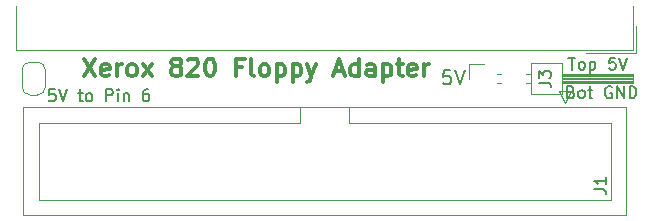
<source format=gbr>
%TF.GenerationSoftware,KiCad,Pcbnew,8.0.7*%
%TF.CreationDate,2025-01-12T23:09:13-06:00*%
%TF.ProjectId,DB37-to-IDC34-Floppy-Adapter,44423337-2d74-46f2-9d49-444333342d46,v1.0*%
%TF.SameCoordinates,Original*%
%TF.FileFunction,Legend,Top*%
%TF.FilePolarity,Positive*%
%FSLAX46Y46*%
G04 Gerber Fmt 4.6, Leading zero omitted, Abs format (unit mm)*
G04 Created by KiCad (PCBNEW 8.0.7) date 2025-01-12 23:09:13*
%MOMM*%
%LPD*%
G01*
G04 APERTURE LIST*
%ADD10C,0.150000*%
%ADD11C,0.200000*%
%ADD12C,0.300000*%
%ADD13C,0.120000*%
G04 APERTURE END LIST*
D10*
X140995569Y-58686819D02*
X140519379Y-58686819D01*
X140519379Y-58686819D02*
X140471760Y-59163009D01*
X140471760Y-59163009D02*
X140519379Y-59115390D01*
X140519379Y-59115390D02*
X140614617Y-59067771D01*
X140614617Y-59067771D02*
X140852712Y-59067771D01*
X140852712Y-59067771D02*
X140947950Y-59115390D01*
X140947950Y-59115390D02*
X140995569Y-59163009D01*
X140995569Y-59163009D02*
X141043188Y-59258247D01*
X141043188Y-59258247D02*
X141043188Y-59496342D01*
X141043188Y-59496342D02*
X140995569Y-59591580D01*
X140995569Y-59591580D02*
X140947950Y-59639200D01*
X140947950Y-59639200D02*
X140852712Y-59686819D01*
X140852712Y-59686819D02*
X140614617Y-59686819D01*
X140614617Y-59686819D02*
X140519379Y-59639200D01*
X140519379Y-59639200D02*
X140471760Y-59591580D01*
X141328903Y-58686819D02*
X141662236Y-59686819D01*
X141662236Y-59686819D02*
X141995569Y-58686819D01*
X142947951Y-59020152D02*
X143328903Y-59020152D01*
X143090808Y-58686819D02*
X143090808Y-59543961D01*
X143090808Y-59543961D02*
X143138427Y-59639200D01*
X143138427Y-59639200D02*
X143233665Y-59686819D01*
X143233665Y-59686819D02*
X143328903Y-59686819D01*
X143805094Y-59686819D02*
X143709856Y-59639200D01*
X143709856Y-59639200D02*
X143662237Y-59591580D01*
X143662237Y-59591580D02*
X143614618Y-59496342D01*
X143614618Y-59496342D02*
X143614618Y-59210628D01*
X143614618Y-59210628D02*
X143662237Y-59115390D01*
X143662237Y-59115390D02*
X143709856Y-59067771D01*
X143709856Y-59067771D02*
X143805094Y-59020152D01*
X143805094Y-59020152D02*
X143947951Y-59020152D01*
X143947951Y-59020152D02*
X144043189Y-59067771D01*
X144043189Y-59067771D02*
X144090808Y-59115390D01*
X144090808Y-59115390D02*
X144138427Y-59210628D01*
X144138427Y-59210628D02*
X144138427Y-59496342D01*
X144138427Y-59496342D02*
X144090808Y-59591580D01*
X144090808Y-59591580D02*
X144043189Y-59639200D01*
X144043189Y-59639200D02*
X143947951Y-59686819D01*
X143947951Y-59686819D02*
X143805094Y-59686819D01*
X145328904Y-59686819D02*
X145328904Y-58686819D01*
X145328904Y-58686819D02*
X145709856Y-58686819D01*
X145709856Y-58686819D02*
X145805094Y-58734438D01*
X145805094Y-58734438D02*
X145852713Y-58782057D01*
X145852713Y-58782057D02*
X145900332Y-58877295D01*
X145900332Y-58877295D02*
X145900332Y-59020152D01*
X145900332Y-59020152D02*
X145852713Y-59115390D01*
X145852713Y-59115390D02*
X145805094Y-59163009D01*
X145805094Y-59163009D02*
X145709856Y-59210628D01*
X145709856Y-59210628D02*
X145328904Y-59210628D01*
X146328904Y-59686819D02*
X146328904Y-59020152D01*
X146328904Y-58686819D02*
X146281285Y-58734438D01*
X146281285Y-58734438D02*
X146328904Y-58782057D01*
X146328904Y-58782057D02*
X146376523Y-58734438D01*
X146376523Y-58734438D02*
X146328904Y-58686819D01*
X146328904Y-58686819D02*
X146328904Y-58782057D01*
X146805094Y-59020152D02*
X146805094Y-59686819D01*
X146805094Y-59115390D02*
X146852713Y-59067771D01*
X146852713Y-59067771D02*
X146947951Y-59020152D01*
X146947951Y-59020152D02*
X147090808Y-59020152D01*
X147090808Y-59020152D02*
X147186046Y-59067771D01*
X147186046Y-59067771D02*
X147233665Y-59163009D01*
X147233665Y-59163009D02*
X147233665Y-59686819D01*
X148900332Y-58686819D02*
X148709856Y-58686819D01*
X148709856Y-58686819D02*
X148614618Y-58734438D01*
X148614618Y-58734438D02*
X148566999Y-58782057D01*
X148566999Y-58782057D02*
X148471761Y-58924914D01*
X148471761Y-58924914D02*
X148424142Y-59115390D01*
X148424142Y-59115390D02*
X148424142Y-59496342D01*
X148424142Y-59496342D02*
X148471761Y-59591580D01*
X148471761Y-59591580D02*
X148519380Y-59639200D01*
X148519380Y-59639200D02*
X148614618Y-59686819D01*
X148614618Y-59686819D02*
X148805094Y-59686819D01*
X148805094Y-59686819D02*
X148900332Y-59639200D01*
X148900332Y-59639200D02*
X148947951Y-59591580D01*
X148947951Y-59591580D02*
X148995570Y-59496342D01*
X148995570Y-59496342D02*
X148995570Y-59258247D01*
X148995570Y-59258247D02*
X148947951Y-59163009D01*
X148947951Y-59163009D02*
X148900332Y-59115390D01*
X148900332Y-59115390D02*
X148805094Y-59067771D01*
X148805094Y-59067771D02*
X148614618Y-59067771D01*
X148614618Y-59067771D02*
X148519380Y-59115390D01*
X148519380Y-59115390D02*
X148471761Y-59163009D01*
X148471761Y-59163009D02*
X148424142Y-59258247D01*
X184693112Y-58909009D02*
X184835969Y-58956628D01*
X184835969Y-58956628D02*
X184883588Y-59004247D01*
X184883588Y-59004247D02*
X184931207Y-59099485D01*
X184931207Y-59099485D02*
X184931207Y-59242342D01*
X184931207Y-59242342D02*
X184883588Y-59337580D01*
X184883588Y-59337580D02*
X184835969Y-59385200D01*
X184835969Y-59385200D02*
X184740731Y-59432819D01*
X184740731Y-59432819D02*
X184359779Y-59432819D01*
X184359779Y-59432819D02*
X184359779Y-58432819D01*
X184359779Y-58432819D02*
X184693112Y-58432819D01*
X184693112Y-58432819D02*
X184788350Y-58480438D01*
X184788350Y-58480438D02*
X184835969Y-58528057D01*
X184835969Y-58528057D02*
X184883588Y-58623295D01*
X184883588Y-58623295D02*
X184883588Y-58718533D01*
X184883588Y-58718533D02*
X184835969Y-58813771D01*
X184835969Y-58813771D02*
X184788350Y-58861390D01*
X184788350Y-58861390D02*
X184693112Y-58909009D01*
X184693112Y-58909009D02*
X184359779Y-58909009D01*
X185502636Y-59432819D02*
X185407398Y-59385200D01*
X185407398Y-59385200D02*
X185359779Y-59337580D01*
X185359779Y-59337580D02*
X185312160Y-59242342D01*
X185312160Y-59242342D02*
X185312160Y-58956628D01*
X185312160Y-58956628D02*
X185359779Y-58861390D01*
X185359779Y-58861390D02*
X185407398Y-58813771D01*
X185407398Y-58813771D02*
X185502636Y-58766152D01*
X185502636Y-58766152D02*
X185645493Y-58766152D01*
X185645493Y-58766152D02*
X185740731Y-58813771D01*
X185740731Y-58813771D02*
X185788350Y-58861390D01*
X185788350Y-58861390D02*
X185835969Y-58956628D01*
X185835969Y-58956628D02*
X185835969Y-59242342D01*
X185835969Y-59242342D02*
X185788350Y-59337580D01*
X185788350Y-59337580D02*
X185740731Y-59385200D01*
X185740731Y-59385200D02*
X185645493Y-59432819D01*
X185645493Y-59432819D02*
X185502636Y-59432819D01*
X186121684Y-58766152D02*
X186502636Y-58766152D01*
X186264541Y-58432819D02*
X186264541Y-59289961D01*
X186264541Y-59289961D02*
X186312160Y-59385200D01*
X186312160Y-59385200D02*
X186407398Y-59432819D01*
X186407398Y-59432819D02*
X186502636Y-59432819D01*
X188121684Y-58480438D02*
X188026446Y-58432819D01*
X188026446Y-58432819D02*
X187883589Y-58432819D01*
X187883589Y-58432819D02*
X187740732Y-58480438D01*
X187740732Y-58480438D02*
X187645494Y-58575676D01*
X187645494Y-58575676D02*
X187597875Y-58670914D01*
X187597875Y-58670914D02*
X187550256Y-58861390D01*
X187550256Y-58861390D02*
X187550256Y-59004247D01*
X187550256Y-59004247D02*
X187597875Y-59194723D01*
X187597875Y-59194723D02*
X187645494Y-59289961D01*
X187645494Y-59289961D02*
X187740732Y-59385200D01*
X187740732Y-59385200D02*
X187883589Y-59432819D01*
X187883589Y-59432819D02*
X187978827Y-59432819D01*
X187978827Y-59432819D02*
X188121684Y-59385200D01*
X188121684Y-59385200D02*
X188169303Y-59337580D01*
X188169303Y-59337580D02*
X188169303Y-59004247D01*
X188169303Y-59004247D02*
X187978827Y-59004247D01*
X188597875Y-59432819D02*
X188597875Y-58432819D01*
X188597875Y-58432819D02*
X189169303Y-59432819D01*
X189169303Y-59432819D02*
X189169303Y-58432819D01*
X189645494Y-59432819D02*
X189645494Y-58432819D01*
X189645494Y-58432819D02*
X189883589Y-58432819D01*
X189883589Y-58432819D02*
X190026446Y-58480438D01*
X190026446Y-58480438D02*
X190121684Y-58575676D01*
X190121684Y-58575676D02*
X190169303Y-58670914D01*
X190169303Y-58670914D02*
X190216922Y-58861390D01*
X190216922Y-58861390D02*
X190216922Y-59004247D01*
X190216922Y-59004247D02*
X190169303Y-59194723D01*
X190169303Y-59194723D02*
X190121684Y-59289961D01*
X190121684Y-59289961D02*
X190026446Y-59385200D01*
X190026446Y-59385200D02*
X189883589Y-59432819D01*
X189883589Y-59432819D02*
X189645494Y-59432819D01*
D11*
X174470720Y-57062742D02*
X173899292Y-57062742D01*
X173899292Y-57062742D02*
X173842149Y-57634171D01*
X173842149Y-57634171D02*
X173899292Y-57577028D01*
X173899292Y-57577028D02*
X174013578Y-57519885D01*
X174013578Y-57519885D02*
X174299292Y-57519885D01*
X174299292Y-57519885D02*
X174413578Y-57577028D01*
X174413578Y-57577028D02*
X174470720Y-57634171D01*
X174470720Y-57634171D02*
X174527863Y-57748457D01*
X174527863Y-57748457D02*
X174527863Y-58034171D01*
X174527863Y-58034171D02*
X174470720Y-58148457D01*
X174470720Y-58148457D02*
X174413578Y-58205600D01*
X174413578Y-58205600D02*
X174299292Y-58262742D01*
X174299292Y-58262742D02*
X174013578Y-58262742D01*
X174013578Y-58262742D02*
X173899292Y-58205600D01*
X173899292Y-58205600D02*
X173842149Y-58148457D01*
X174870720Y-57062742D02*
X175270720Y-58262742D01*
X175270720Y-58262742D02*
X175670720Y-57062742D01*
D10*
X184470922Y-56019819D02*
X185042350Y-56019819D01*
X184756636Y-57019819D02*
X184756636Y-56019819D01*
X185518541Y-57019819D02*
X185423303Y-56972200D01*
X185423303Y-56972200D02*
X185375684Y-56924580D01*
X185375684Y-56924580D02*
X185328065Y-56829342D01*
X185328065Y-56829342D02*
X185328065Y-56543628D01*
X185328065Y-56543628D02*
X185375684Y-56448390D01*
X185375684Y-56448390D02*
X185423303Y-56400771D01*
X185423303Y-56400771D02*
X185518541Y-56353152D01*
X185518541Y-56353152D02*
X185661398Y-56353152D01*
X185661398Y-56353152D02*
X185756636Y-56400771D01*
X185756636Y-56400771D02*
X185804255Y-56448390D01*
X185804255Y-56448390D02*
X185851874Y-56543628D01*
X185851874Y-56543628D02*
X185851874Y-56829342D01*
X185851874Y-56829342D02*
X185804255Y-56924580D01*
X185804255Y-56924580D02*
X185756636Y-56972200D01*
X185756636Y-56972200D02*
X185661398Y-57019819D01*
X185661398Y-57019819D02*
X185518541Y-57019819D01*
X186280446Y-56353152D02*
X186280446Y-57353152D01*
X186280446Y-56400771D02*
X186375684Y-56353152D01*
X186375684Y-56353152D02*
X186566160Y-56353152D01*
X186566160Y-56353152D02*
X186661398Y-56400771D01*
X186661398Y-56400771D02*
X186709017Y-56448390D01*
X186709017Y-56448390D02*
X186756636Y-56543628D01*
X186756636Y-56543628D02*
X186756636Y-56829342D01*
X186756636Y-56829342D02*
X186709017Y-56924580D01*
X186709017Y-56924580D02*
X186661398Y-56972200D01*
X186661398Y-56972200D02*
X186566160Y-57019819D01*
X186566160Y-57019819D02*
X186375684Y-57019819D01*
X186375684Y-57019819D02*
X186280446Y-56972200D01*
X188423303Y-56019819D02*
X187947113Y-56019819D01*
X187947113Y-56019819D02*
X187899494Y-56496009D01*
X187899494Y-56496009D02*
X187947113Y-56448390D01*
X187947113Y-56448390D02*
X188042351Y-56400771D01*
X188042351Y-56400771D02*
X188280446Y-56400771D01*
X188280446Y-56400771D02*
X188375684Y-56448390D01*
X188375684Y-56448390D02*
X188423303Y-56496009D01*
X188423303Y-56496009D02*
X188470922Y-56591247D01*
X188470922Y-56591247D02*
X188470922Y-56829342D01*
X188470922Y-56829342D02*
X188423303Y-56924580D01*
X188423303Y-56924580D02*
X188375684Y-56972200D01*
X188375684Y-56972200D02*
X188280446Y-57019819D01*
X188280446Y-57019819D02*
X188042351Y-57019819D01*
X188042351Y-57019819D02*
X187947113Y-56972200D01*
X187947113Y-56972200D02*
X187899494Y-56924580D01*
X188756637Y-56019819D02*
X189089970Y-57019819D01*
X189089970Y-57019819D02*
X189423303Y-56019819D01*
D12*
X143413653Y-56085828D02*
X144413653Y-57585828D01*
X144413653Y-56085828D02*
X143413653Y-57585828D01*
X145556510Y-57514400D02*
X145413653Y-57585828D01*
X145413653Y-57585828D02*
X145127939Y-57585828D01*
X145127939Y-57585828D02*
X144985081Y-57514400D01*
X144985081Y-57514400D02*
X144913653Y-57371542D01*
X144913653Y-57371542D02*
X144913653Y-56800114D01*
X144913653Y-56800114D02*
X144985081Y-56657257D01*
X144985081Y-56657257D02*
X145127939Y-56585828D01*
X145127939Y-56585828D02*
X145413653Y-56585828D01*
X145413653Y-56585828D02*
X145556510Y-56657257D01*
X145556510Y-56657257D02*
X145627939Y-56800114D01*
X145627939Y-56800114D02*
X145627939Y-56942971D01*
X145627939Y-56942971D02*
X144913653Y-57085828D01*
X146270795Y-57585828D02*
X146270795Y-56585828D01*
X146270795Y-56871542D02*
X146342224Y-56728685D01*
X146342224Y-56728685D02*
X146413653Y-56657257D01*
X146413653Y-56657257D02*
X146556510Y-56585828D01*
X146556510Y-56585828D02*
X146699367Y-56585828D01*
X147413652Y-57585828D02*
X147270795Y-57514400D01*
X147270795Y-57514400D02*
X147199366Y-57442971D01*
X147199366Y-57442971D02*
X147127938Y-57300114D01*
X147127938Y-57300114D02*
X147127938Y-56871542D01*
X147127938Y-56871542D02*
X147199366Y-56728685D01*
X147199366Y-56728685D02*
X147270795Y-56657257D01*
X147270795Y-56657257D02*
X147413652Y-56585828D01*
X147413652Y-56585828D02*
X147627938Y-56585828D01*
X147627938Y-56585828D02*
X147770795Y-56657257D01*
X147770795Y-56657257D02*
X147842224Y-56728685D01*
X147842224Y-56728685D02*
X147913652Y-56871542D01*
X147913652Y-56871542D02*
X147913652Y-57300114D01*
X147913652Y-57300114D02*
X147842224Y-57442971D01*
X147842224Y-57442971D02*
X147770795Y-57514400D01*
X147770795Y-57514400D02*
X147627938Y-57585828D01*
X147627938Y-57585828D02*
X147413652Y-57585828D01*
X148413652Y-57585828D02*
X149199367Y-56585828D01*
X148413652Y-56585828D02*
X149199367Y-57585828D01*
X151127938Y-56728685D02*
X150985081Y-56657257D01*
X150985081Y-56657257D02*
X150913652Y-56585828D01*
X150913652Y-56585828D02*
X150842224Y-56442971D01*
X150842224Y-56442971D02*
X150842224Y-56371542D01*
X150842224Y-56371542D02*
X150913652Y-56228685D01*
X150913652Y-56228685D02*
X150985081Y-56157257D01*
X150985081Y-56157257D02*
X151127938Y-56085828D01*
X151127938Y-56085828D02*
X151413652Y-56085828D01*
X151413652Y-56085828D02*
X151556510Y-56157257D01*
X151556510Y-56157257D02*
X151627938Y-56228685D01*
X151627938Y-56228685D02*
X151699367Y-56371542D01*
X151699367Y-56371542D02*
X151699367Y-56442971D01*
X151699367Y-56442971D02*
X151627938Y-56585828D01*
X151627938Y-56585828D02*
X151556510Y-56657257D01*
X151556510Y-56657257D02*
X151413652Y-56728685D01*
X151413652Y-56728685D02*
X151127938Y-56728685D01*
X151127938Y-56728685D02*
X150985081Y-56800114D01*
X150985081Y-56800114D02*
X150913652Y-56871542D01*
X150913652Y-56871542D02*
X150842224Y-57014400D01*
X150842224Y-57014400D02*
X150842224Y-57300114D01*
X150842224Y-57300114D02*
X150913652Y-57442971D01*
X150913652Y-57442971D02*
X150985081Y-57514400D01*
X150985081Y-57514400D02*
X151127938Y-57585828D01*
X151127938Y-57585828D02*
X151413652Y-57585828D01*
X151413652Y-57585828D02*
X151556510Y-57514400D01*
X151556510Y-57514400D02*
X151627938Y-57442971D01*
X151627938Y-57442971D02*
X151699367Y-57300114D01*
X151699367Y-57300114D02*
X151699367Y-57014400D01*
X151699367Y-57014400D02*
X151627938Y-56871542D01*
X151627938Y-56871542D02*
X151556510Y-56800114D01*
X151556510Y-56800114D02*
X151413652Y-56728685D01*
X152270795Y-56228685D02*
X152342223Y-56157257D01*
X152342223Y-56157257D02*
X152485081Y-56085828D01*
X152485081Y-56085828D02*
X152842223Y-56085828D01*
X152842223Y-56085828D02*
X152985081Y-56157257D01*
X152985081Y-56157257D02*
X153056509Y-56228685D01*
X153056509Y-56228685D02*
X153127938Y-56371542D01*
X153127938Y-56371542D02*
X153127938Y-56514400D01*
X153127938Y-56514400D02*
X153056509Y-56728685D01*
X153056509Y-56728685D02*
X152199366Y-57585828D01*
X152199366Y-57585828D02*
X153127938Y-57585828D01*
X154056509Y-56085828D02*
X154199366Y-56085828D01*
X154199366Y-56085828D02*
X154342223Y-56157257D01*
X154342223Y-56157257D02*
X154413652Y-56228685D01*
X154413652Y-56228685D02*
X154485080Y-56371542D01*
X154485080Y-56371542D02*
X154556509Y-56657257D01*
X154556509Y-56657257D02*
X154556509Y-57014400D01*
X154556509Y-57014400D02*
X154485080Y-57300114D01*
X154485080Y-57300114D02*
X154413652Y-57442971D01*
X154413652Y-57442971D02*
X154342223Y-57514400D01*
X154342223Y-57514400D02*
X154199366Y-57585828D01*
X154199366Y-57585828D02*
X154056509Y-57585828D01*
X154056509Y-57585828D02*
X153913652Y-57514400D01*
X153913652Y-57514400D02*
X153842223Y-57442971D01*
X153842223Y-57442971D02*
X153770794Y-57300114D01*
X153770794Y-57300114D02*
X153699366Y-57014400D01*
X153699366Y-57014400D02*
X153699366Y-56657257D01*
X153699366Y-56657257D02*
X153770794Y-56371542D01*
X153770794Y-56371542D02*
X153842223Y-56228685D01*
X153842223Y-56228685D02*
X153913652Y-56157257D01*
X153913652Y-56157257D02*
X154056509Y-56085828D01*
X156842222Y-56800114D02*
X156342222Y-56800114D01*
X156342222Y-57585828D02*
X156342222Y-56085828D01*
X156342222Y-56085828D02*
X157056508Y-56085828D01*
X157842222Y-57585828D02*
X157699365Y-57514400D01*
X157699365Y-57514400D02*
X157627936Y-57371542D01*
X157627936Y-57371542D02*
X157627936Y-56085828D01*
X158627936Y-57585828D02*
X158485079Y-57514400D01*
X158485079Y-57514400D02*
X158413650Y-57442971D01*
X158413650Y-57442971D02*
X158342222Y-57300114D01*
X158342222Y-57300114D02*
X158342222Y-56871542D01*
X158342222Y-56871542D02*
X158413650Y-56728685D01*
X158413650Y-56728685D02*
X158485079Y-56657257D01*
X158485079Y-56657257D02*
X158627936Y-56585828D01*
X158627936Y-56585828D02*
X158842222Y-56585828D01*
X158842222Y-56585828D02*
X158985079Y-56657257D01*
X158985079Y-56657257D02*
X159056508Y-56728685D01*
X159056508Y-56728685D02*
X159127936Y-56871542D01*
X159127936Y-56871542D02*
X159127936Y-57300114D01*
X159127936Y-57300114D02*
X159056508Y-57442971D01*
X159056508Y-57442971D02*
X158985079Y-57514400D01*
X158985079Y-57514400D02*
X158842222Y-57585828D01*
X158842222Y-57585828D02*
X158627936Y-57585828D01*
X159770793Y-56585828D02*
X159770793Y-58085828D01*
X159770793Y-56657257D02*
X159913651Y-56585828D01*
X159913651Y-56585828D02*
X160199365Y-56585828D01*
X160199365Y-56585828D02*
X160342222Y-56657257D01*
X160342222Y-56657257D02*
X160413651Y-56728685D01*
X160413651Y-56728685D02*
X160485079Y-56871542D01*
X160485079Y-56871542D02*
X160485079Y-57300114D01*
X160485079Y-57300114D02*
X160413651Y-57442971D01*
X160413651Y-57442971D02*
X160342222Y-57514400D01*
X160342222Y-57514400D02*
X160199365Y-57585828D01*
X160199365Y-57585828D02*
X159913651Y-57585828D01*
X159913651Y-57585828D02*
X159770793Y-57514400D01*
X161127936Y-56585828D02*
X161127936Y-58085828D01*
X161127936Y-56657257D02*
X161270794Y-56585828D01*
X161270794Y-56585828D02*
X161556508Y-56585828D01*
X161556508Y-56585828D02*
X161699365Y-56657257D01*
X161699365Y-56657257D02*
X161770794Y-56728685D01*
X161770794Y-56728685D02*
X161842222Y-56871542D01*
X161842222Y-56871542D02*
X161842222Y-57300114D01*
X161842222Y-57300114D02*
X161770794Y-57442971D01*
X161770794Y-57442971D02*
X161699365Y-57514400D01*
X161699365Y-57514400D02*
X161556508Y-57585828D01*
X161556508Y-57585828D02*
X161270794Y-57585828D01*
X161270794Y-57585828D02*
X161127936Y-57514400D01*
X162342222Y-56585828D02*
X162699365Y-57585828D01*
X163056508Y-56585828D02*
X162699365Y-57585828D01*
X162699365Y-57585828D02*
X162556508Y-57942971D01*
X162556508Y-57942971D02*
X162485079Y-58014400D01*
X162485079Y-58014400D02*
X162342222Y-58085828D01*
X164699365Y-57157257D02*
X165413651Y-57157257D01*
X164556508Y-57585828D02*
X165056508Y-56085828D01*
X165056508Y-56085828D02*
X165556508Y-57585828D01*
X166699365Y-57585828D02*
X166699365Y-56085828D01*
X166699365Y-57514400D02*
X166556507Y-57585828D01*
X166556507Y-57585828D02*
X166270793Y-57585828D01*
X166270793Y-57585828D02*
X166127936Y-57514400D01*
X166127936Y-57514400D02*
X166056507Y-57442971D01*
X166056507Y-57442971D02*
X165985079Y-57300114D01*
X165985079Y-57300114D02*
X165985079Y-56871542D01*
X165985079Y-56871542D02*
X166056507Y-56728685D01*
X166056507Y-56728685D02*
X166127936Y-56657257D01*
X166127936Y-56657257D02*
X166270793Y-56585828D01*
X166270793Y-56585828D02*
X166556507Y-56585828D01*
X166556507Y-56585828D02*
X166699365Y-56657257D01*
X168056508Y-57585828D02*
X168056508Y-56800114D01*
X168056508Y-56800114D02*
X167985079Y-56657257D01*
X167985079Y-56657257D02*
X167842222Y-56585828D01*
X167842222Y-56585828D02*
X167556508Y-56585828D01*
X167556508Y-56585828D02*
X167413650Y-56657257D01*
X168056508Y-57514400D02*
X167913650Y-57585828D01*
X167913650Y-57585828D02*
X167556508Y-57585828D01*
X167556508Y-57585828D02*
X167413650Y-57514400D01*
X167413650Y-57514400D02*
X167342222Y-57371542D01*
X167342222Y-57371542D02*
X167342222Y-57228685D01*
X167342222Y-57228685D02*
X167413650Y-57085828D01*
X167413650Y-57085828D02*
X167556508Y-57014400D01*
X167556508Y-57014400D02*
X167913650Y-57014400D01*
X167913650Y-57014400D02*
X168056508Y-56942971D01*
X168770793Y-56585828D02*
X168770793Y-58085828D01*
X168770793Y-56657257D02*
X168913651Y-56585828D01*
X168913651Y-56585828D02*
X169199365Y-56585828D01*
X169199365Y-56585828D02*
X169342222Y-56657257D01*
X169342222Y-56657257D02*
X169413651Y-56728685D01*
X169413651Y-56728685D02*
X169485079Y-56871542D01*
X169485079Y-56871542D02*
X169485079Y-57300114D01*
X169485079Y-57300114D02*
X169413651Y-57442971D01*
X169413651Y-57442971D02*
X169342222Y-57514400D01*
X169342222Y-57514400D02*
X169199365Y-57585828D01*
X169199365Y-57585828D02*
X168913651Y-57585828D01*
X168913651Y-57585828D02*
X168770793Y-57514400D01*
X169913651Y-56585828D02*
X170485079Y-56585828D01*
X170127936Y-56085828D02*
X170127936Y-57371542D01*
X170127936Y-57371542D02*
X170199365Y-57514400D01*
X170199365Y-57514400D02*
X170342222Y-57585828D01*
X170342222Y-57585828D02*
X170485079Y-57585828D01*
X171556508Y-57514400D02*
X171413651Y-57585828D01*
X171413651Y-57585828D02*
X171127937Y-57585828D01*
X171127937Y-57585828D02*
X170985079Y-57514400D01*
X170985079Y-57514400D02*
X170913651Y-57371542D01*
X170913651Y-57371542D02*
X170913651Y-56800114D01*
X170913651Y-56800114D02*
X170985079Y-56657257D01*
X170985079Y-56657257D02*
X171127937Y-56585828D01*
X171127937Y-56585828D02*
X171413651Y-56585828D01*
X171413651Y-56585828D02*
X171556508Y-56657257D01*
X171556508Y-56657257D02*
X171627937Y-56800114D01*
X171627937Y-56800114D02*
X171627937Y-56942971D01*
X171627937Y-56942971D02*
X170913651Y-57085828D01*
X172270793Y-57585828D02*
X172270793Y-56585828D01*
X172270793Y-56871542D02*
X172342222Y-56728685D01*
X172342222Y-56728685D02*
X172413651Y-56657257D01*
X172413651Y-56657257D02*
X172556508Y-56585828D01*
X172556508Y-56585828D02*
X172699365Y-56585828D01*
D10*
X186652819Y-67135333D02*
X187367104Y-67135333D01*
X187367104Y-67135333D02*
X187509961Y-67182952D01*
X187509961Y-67182952D02*
X187605200Y-67278190D01*
X187605200Y-67278190D02*
X187652819Y-67421047D01*
X187652819Y-67421047D02*
X187652819Y-67516285D01*
X187652819Y-66135333D02*
X187652819Y-66706761D01*
X187652819Y-66421047D02*
X186652819Y-66421047D01*
X186652819Y-66421047D02*
X186795676Y-66516285D01*
X186795676Y-66516285D02*
X186890914Y-66611523D01*
X186890914Y-66611523D02*
X186938533Y-66706761D01*
X181953819Y-58118333D02*
X182668104Y-58118333D01*
X182668104Y-58118333D02*
X182810961Y-58165952D01*
X182810961Y-58165952D02*
X182906200Y-58261190D01*
X182906200Y-58261190D02*
X182953819Y-58404047D01*
X182953819Y-58404047D02*
X182953819Y-58499285D01*
X181953819Y-57737380D02*
X181953819Y-57118333D01*
X181953819Y-57118333D02*
X182334771Y-57451666D01*
X182334771Y-57451666D02*
X182334771Y-57308809D01*
X182334771Y-57308809D02*
X182382390Y-57213571D01*
X182382390Y-57213571D02*
X182430009Y-57165952D01*
X182430009Y-57165952D02*
X182525247Y-57118333D01*
X182525247Y-57118333D02*
X182763342Y-57118333D01*
X182763342Y-57118333D02*
X182858580Y-57165952D01*
X182858580Y-57165952D02*
X182906200Y-57213571D01*
X182906200Y-57213571D02*
X182953819Y-57308809D01*
X182953819Y-57308809D02*
X182953819Y-57594523D01*
X182953819Y-57594523D02*
X182906200Y-57689761D01*
X182906200Y-57689761D02*
X182858580Y-57737380D01*
D13*
%TO.C,JP1*%
X138892000Y-56370000D02*
X139492000Y-56370000D01*
X140192000Y-57070000D02*
X140192000Y-58470000D01*
X138192000Y-58470000D02*
X138192000Y-57070000D01*
X139492000Y-59170000D02*
X138892000Y-59170000D01*
X139492000Y-56370000D02*
G75*
G02*
X140192000Y-57070000I1J-699999D01*
G01*
X138192000Y-57070000D02*
G75*
G02*
X138892000Y-56370000I699999J1D01*
G01*
X140192000Y-58470000D02*
G75*
G02*
X139492000Y-59170000I-700000J0D01*
G01*
X138892000Y-59170000D02*
G75*
G02*
X138192000Y-58470000I0J700000D01*
G01*
%TO.C,J1*%
X138300000Y-60210000D02*
X189360000Y-60210000D01*
X138300000Y-69330000D02*
X138300000Y-60210000D01*
X139600000Y-61520000D02*
X161780000Y-61520000D01*
X139600000Y-68020000D02*
X139600000Y-61520000D01*
X161780000Y-61520000D02*
X161780000Y-60210000D01*
X161780000Y-61520000D02*
X161780000Y-61520000D01*
X165880000Y-60210000D02*
X165880000Y-61520000D01*
X165880000Y-61520000D02*
X188060000Y-61520000D01*
X183650000Y-58820000D02*
X184150000Y-59820000D01*
X184150000Y-59820000D02*
X184650000Y-58820000D01*
X184650000Y-58820000D02*
X183650000Y-58820000D01*
X188060000Y-61520000D02*
X188060000Y-68020000D01*
X188060000Y-68020000D02*
X139600000Y-68020000D01*
X189360000Y-60210000D02*
X189360000Y-69330000D01*
X189360000Y-69330000D02*
X138300000Y-69330000D01*
%TO.C,J3*%
X176022000Y-56515000D02*
X177292000Y-56515000D01*
X176022000Y-57785000D02*
X176022000Y-56515000D01*
X178402000Y-57405000D02*
X178789071Y-57405000D01*
X178402000Y-58165000D02*
X178789071Y-58165000D01*
X180874929Y-57405000D02*
X181272000Y-57405000D01*
X180874929Y-58165000D02*
X181272000Y-58165000D01*
X181272000Y-56455000D02*
X181272000Y-59115000D01*
X181272000Y-59115000D02*
X183932000Y-59115000D01*
X183932000Y-56455000D02*
X181272000Y-56455000D01*
X183932000Y-57405000D02*
X189932000Y-57405000D01*
X183932000Y-57465000D02*
X189932000Y-57465000D01*
X183932000Y-57585000D02*
X189932000Y-57585000D01*
X183932000Y-57705000D02*
X189932000Y-57705000D01*
X183932000Y-57825000D02*
X189932000Y-57825000D01*
X183932000Y-57945000D02*
X189932000Y-57945000D01*
X183932000Y-58065000D02*
X189932000Y-58065000D01*
X183932000Y-59115000D02*
X183932000Y-56455000D01*
X189932000Y-57405000D02*
X189932000Y-58165000D01*
X189932000Y-58165000D02*
X183932000Y-58165000D01*
%TO.C,J2*%
X137716667Y-51600000D02*
X137716667Y-55340000D01*
X137716667Y-55340000D02*
X189943333Y-55340000D01*
X189943333Y-55340000D02*
X189943333Y-51600000D01*
X190183333Y-53340000D02*
X190183333Y-55580000D01*
X190183333Y-55580000D02*
X185990000Y-55580000D01*
%TD*%
M02*

</source>
